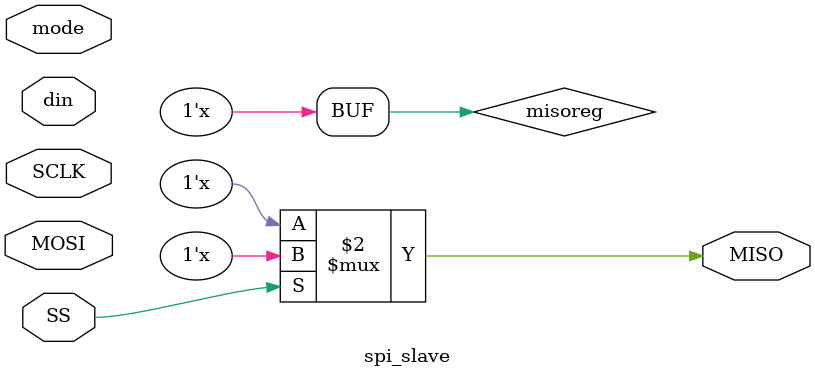
<source format=sv>

module spi_slave( 
  input SCLK,MOSI,SS,
  input [7:0] din,
  input [1:0] mode,
  output MISO);
  
  reg [7:0] memory; 
  reg misoreg;
  assign MISO = (SS == 1) ?  1'bz :misoreg;
  
  always @(negedge SS)
    begin
      memory = din;
      misoreg = memory[0];
    end
  
  always @(SCLK)
    begin
      if(SCLK ==1) begin//posedge
        case(mode)
        0 :   memory <= {MOSI , memory[7:1]};
        1 :   misoreg = memory[0];
        2 :   misoreg = memory[0];
        3 :   memory <= {MOSI , memory[7:1]};
          
        endcase
        
        // if(mode == 0) memory <= {MOSI , memory[7:1]};
       // else misoreg = memory[0];
            end
            
      else if(SCLK == 0) begin  //negedge
        case(mode)
        3 :   misoreg = memory[0];
        2 :   memory <= {MOSI , memory[7:1]};
        1 :   memory <= {MOSI , memory[7:1]};
        0 :   misoreg = memory[0];
          
        endcase  
        //    if(mode[0] == 0) misoreg = memory[0];
          //else memory <= {MOSI , memory[7:1]};
              
            end
    end
endmodule

</source>
